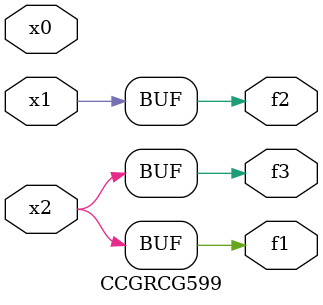
<source format=v>
module CCGRCG599(
	input x0, x1, x2,
	output f1, f2, f3
);
	assign f1 = x2;
	assign f2 = x1;
	assign f3 = x2;
endmodule

</source>
